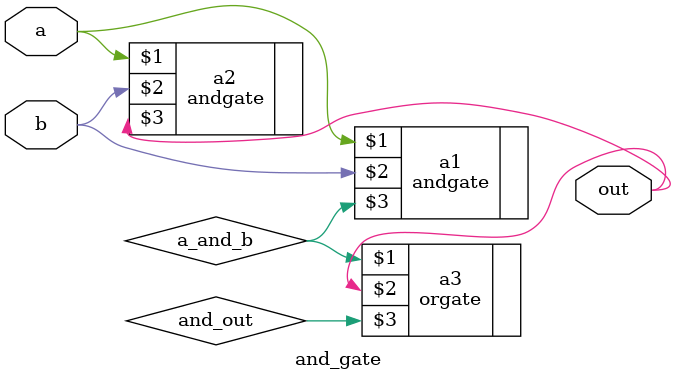
<source format=v>

module and_gate( 
    input a, 
    input b, 
    output out );

    // assing the AND of a and b to out
 wire a_and_b;
 wire and_out;
 
 andgate a1(a,b,a_and_b);
 andgate a2(a,b,out);
 orgate a3(a_and_b,out,and_out);
 
endmodule

</source>
